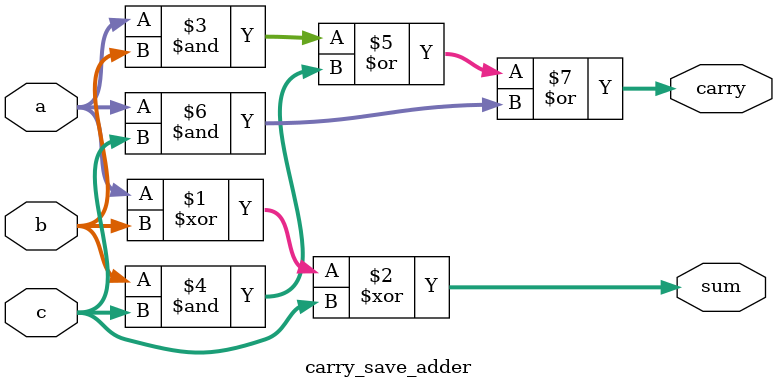
<source format=sv>
module carry_save_adder (
    input  [3:0] a, b, c,
    output [3:0] sum,
    output [3:0] carry
);
    assign sum = a ^ b ^ c;
    assign carry = (a & b) | (b & c) | (a & c);
endmodule
</source>
